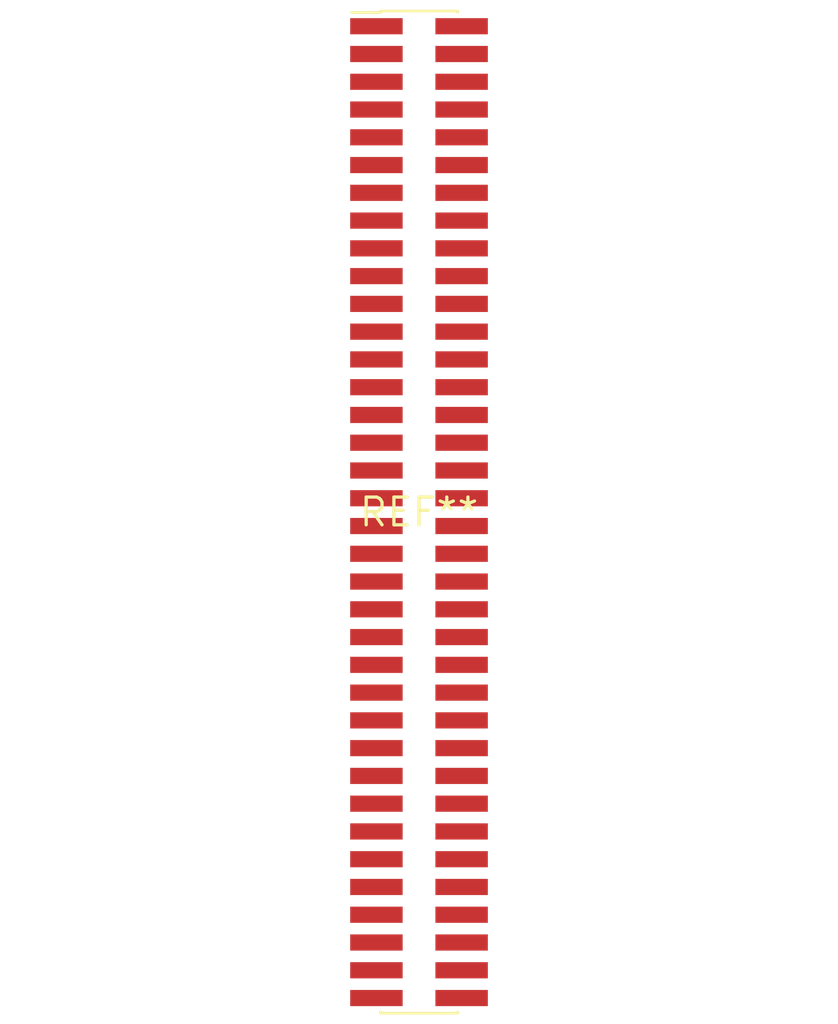
<source format=kicad_pcb>
(kicad_pcb (version 20240108) (generator pcbnew)
  (layers (0 "F.Cu" signal) (31 "B.Cu" signal) (34 "B.Paste" user) (35 "F.Paste" user) (36 "B.SilkS" user "B.Silkscreen") (37 "F.SilkS" user "F.Silkscreen") (38 "B.Mask" user) (39 "F.Mask" user) (44 "Edge.Cuts" user))
  (net 0 "")
  (footprint "PinHeader_2x36_P1.27mm_Vertical_SMD" (layer "F.Cu") (at 0 0)
    (property "Reference" "REF**")
    (property "Value" "PinHeader_2x36_P1.27mm_Vertical_SMD")
    (fp_line (start -3.09 -22.855) (end -1.765 -22.855) (layer "F.SilkS") (stroke (width 0.12)))
    (fp_line (start -1.765 -22.92) (end -1.765 -22.855) (layer "F.SilkS") (stroke (width 0.12)))
    (fp_line (start -1.765 -22.92) (end 1.765 -22.92) (layer "F.SilkS") (stroke (width 0.12)))
    (fp_line (start -1.765 22.855) (end -1.765 22.92) (layer "F.SilkS") (stroke (width 0.12)))
    (fp_line (start -1.765 22.92) (end 1.765 22.92) (layer "F.SilkS") (stroke (width 0.12)))
    (fp_line (start 1.765 -22.92) (end 1.765 -22.855) (layer "F.SilkS") (stroke (width 0.12)))
    (fp_line (start 1.765 22.855) (end 1.765 22.92) (layer "F.SilkS") (stroke (width 0.12)))
    (pad "1" smd rect (at -1.95 -22.225) (size 2.4 0.74) (layers "F.Cu" "F.Paste" "F.Mask"))
    (pad "2" smd rect (at 1.95 -22.225) (size 2.4 0.74) (layers "F.Cu" "F.Paste" "F.Mask"))
    (pad "3" smd rect (at -1.95 -20.955) (size 2.4 0.74) (layers "F.Cu" "F.Paste" "F.Mask"))
    (pad "4" smd rect (at 1.95 -20.955) (size 2.4 0.74) (layers "F.Cu" "F.Paste" "F.Mask"))
    (pad "5" smd rect (at -1.95 -19.685) (size 2.4 0.74) (layers "F.Cu" "F.Paste" "F.Mask"))
    (pad "6" smd rect (at 1.95 -19.685) (size 2.4 0.74) (layers "F.Cu" "F.Paste" "F.Mask"))
    (pad "7" smd rect (at -1.95 -18.415) (size 2.4 0.74) (layers "F.Cu" "F.Paste" "F.Mask"))
    (pad "8" smd rect (at 1.95 -18.415) (size 2.4 0.74) (layers "F.Cu" "F.Paste" "F.Mask"))
    (pad "9" smd rect (at -1.95 -17.145) (size 2.4 0.74) (layers "F.Cu" "F.Paste" "F.Mask"))
    (pad "10" smd rect (at 1.95 -17.145) (size 2.4 0.74) (layers "F.Cu" "F.Paste" "F.Mask"))
    (pad "11" smd rect (at -1.95 -15.875) (size 2.4 0.74) (layers "F.Cu" "F.Paste" "F.Mask"))
    (pad "12" smd rect (at 1.95 -15.875) (size 2.4 0.74) (layers "F.Cu" "F.Paste" "F.Mask"))
    (pad "13" smd rect (at -1.95 -14.605) (size 2.4 0.74) (layers "F.Cu" "F.Paste" "F.Mask"))
    (pad "14" smd rect (at 1.95 -14.605) (size 2.4 0.74) (layers "F.Cu" "F.Paste" "F.Mask"))
    (pad "15" smd rect (at -1.95 -13.335) (size 2.4 0.74) (layers "F.Cu" "F.Paste" "F.Mask"))
    (pad "16" smd rect (at 1.95 -13.335) (size 2.4 0.74) (layers "F.Cu" "F.Paste" "F.Mask"))
    (pad "17" smd rect (at -1.95 -12.065) (size 2.4 0.74) (layers "F.Cu" "F.Paste" "F.Mask"))
    (pad "18" smd rect (at 1.95 -12.065) (size 2.4 0.74) (layers "F.Cu" "F.Paste" "F.Mask"))
    (pad "19" smd rect (at -1.95 -10.795) (size 2.4 0.74) (layers "F.Cu" "F.Paste" "F.Mask"))
    (pad "20" smd rect (at 1.95 -10.795) (size 2.4 0.74) (layers "F.Cu" "F.Paste" "F.Mask"))
    (pad "21" smd rect (at -1.95 -9.525) (size 2.4 0.74) (layers "F.Cu" "F.Paste" "F.Mask"))
    (pad "22" smd rect (at 1.95 -9.525) (size 2.4 0.74) (layers "F.Cu" "F.Paste" "F.Mask"))
    (pad "23" smd rect (at -1.95 -8.255) (size 2.4 0.74) (layers "F.Cu" "F.Paste" "F.Mask"))
    (pad "24" smd rect (at 1.95 -8.255) (size 2.4 0.74) (layers "F.Cu" "F.Paste" "F.Mask"))
    (pad "25" smd rect (at -1.95 -6.985) (size 2.4 0.74) (layers "F.Cu" "F.Paste" "F.Mask"))
    (pad "26" smd rect (at 1.95 -6.985) (size 2.4 0.74) (layers "F.Cu" "F.Paste" "F.Mask"))
    (pad "27" smd rect (at -1.95 -5.715) (size 2.4 0.74) (layers "F.Cu" "F.Paste" "F.Mask"))
    (pad "28" smd rect (at 1.95 -5.715) (size 2.4 0.74) (layers "F.Cu" "F.Paste" "F.Mask"))
    (pad "29" smd rect (at -1.95 -4.445) (size 2.4 0.74) (layers "F.Cu" "F.Paste" "F.Mask"))
    (pad "30" smd rect (at 1.95 -4.445) (size 2.4 0.74) (layers "F.Cu" "F.Paste" "F.Mask"))
    (pad "31" smd rect (at -1.95 -3.175) (size 2.4 0.74) (layers "F.Cu" "F.Paste" "F.Mask"))
    (pad "32" smd rect (at 1.95 -3.175) (size 2.4 0.74) (layers "F.Cu" "F.Paste" "F.Mask"))
    (pad "33" smd rect (at -1.95 -1.905) (size 2.4 0.74) (layers "F.Cu" "F.Paste" "F.Mask"))
    (pad "34" smd rect (at 1.95 -1.905) (size 2.4 0.74) (layers "F.Cu" "F.Paste" "F.Mask"))
    (pad "35" smd rect (at -1.95 -0.635) (size 2.4 0.74) (layers "F.Cu" "F.Paste" "F.Mask"))
    (pad "36" smd rect (at 1.95 -0.635) (size 2.4 0.74) (layers "F.Cu" "F.Paste" "F.Mask"))
    (pad "37" smd rect (at -1.95 0.635) (size 2.4 0.74) (layers "F.Cu" "F.Paste" "F.Mask"))
    (pad "38" smd rect (at 1.95 0.635) (size 2.4 0.74) (layers "F.Cu" "F.Paste" "F.Mask"))
    (pad "39" smd rect (at -1.95 1.905) (size 2.4 0.74) (layers "F.Cu" "F.Paste" "F.Mask"))
    (pad "40" smd rect (at 1.95 1.905) (size 2.4 0.74) (layers "F.Cu" "F.Paste" "F.Mask"))
    (pad "41" smd rect (at -1.95 3.175) (size 2.4 0.74) (layers "F.Cu" "F.Paste" "F.Mask"))
    (pad "42" smd rect (at 1.95 3.175) (size 2.4 0.74) (layers "F.Cu" "F.Paste" "F.Mask"))
    (pad "43" smd rect (at -1.95 4.445) (size 2.4 0.74) (layers "F.Cu" "F.Paste" "F.Mask"))
    (pad "44" smd rect (at 1.95 4.445) (size 2.4 0.74) (layers "F.Cu" "F.Paste" "F.Mask"))
    (pad "45" smd rect (at -1.95 5.715) (size 2.4 0.74) (layers "F.Cu" "F.Paste" "F.Mask"))
    (pad "46" smd rect (at 1.95 5.715) (size 2.4 0.74) (layers "F.Cu" "F.Paste" "F.Mask"))
    (pad "47" smd rect (at -1.95 6.985) (size 2.4 0.74) (layers "F.Cu" "F.Paste" "F.Mask"))
    (pad "48" smd rect (at 1.95 6.985) (size 2.4 0.74) (layers "F.Cu" "F.Paste" "F.Mask"))
    (pad "49" smd rect (at -1.95 8.255) (size 2.4 0.74) (layers "F.Cu" "F.Paste" "F.Mask"))
    (pad "50" smd rect (at 1.95 8.255) (size 2.4 0.74) (layers "F.Cu" "F.Paste" "F.Mask"))
    (pad "51" smd rect (at -1.95 9.525) (size 2.4 0.74) (layers "F.Cu" "F.Paste" "F.Mask"))
    (pad "52" smd rect (at 1.95 9.525) (size 2.4 0.74) (layers "F.Cu" "F.Paste" "F.Mask"))
    (pad "53" smd rect (at -1.95 10.795) (size 2.4 0.74) (layers "F.Cu" "F.Paste" "F.Mask"))
    (pad "54" smd rect (at 1.95 10.795) (size 2.4 0.74) (layers "F.Cu" "F.Paste" "F.Mask"))
    (pad "55" smd rect (at -1.95 12.065) (size 2.4 0.74) (layers "F.Cu" "F.Paste" "F.Mask"))
    (pad "56" smd rect (at 1.95 12.065) (size 2.4 0.74) (layers "F.Cu" "F.Paste" "F.Mask"))
    (pad "57" smd rect (at -1.95 13.335) (size 2.4 0.74) (layers "F.Cu" "F.Paste" "F.Mask"))
    (pad "58" smd rect (at 1.95 13.335) (size 2.4 0.74) (layers "F.Cu" "F.Paste" "F.Mask"))
    (pad "59" smd rect (at -1.95 14.605) (size 2.4 0.74) (layers "F.Cu" "F.Paste" "F.Mask"))
    (pad "60" smd rect (at 1.95 14.605) (size 2.4 0.74) (layers "F.Cu" "F.Paste" "F.Mask"))
    (pad "61" smd rect (at -1.95 15.875) (size 2.4 0.74) (layers "F.Cu" "F.Paste" "F.Mask"))
    (pad "62" smd rect (at 1.95 15.875) (size 2.4 0.74) (layers "F.Cu" "F.Paste" "F.Mask"))
    (pad "63" smd rect (at -1.95 17.145) (size 2.4 0.74) (layers "F.Cu" "F.Paste" "F.Mask"))
    (pad "64" smd rect (at 1.95 17.145) (size 2.4 0.74) (layers "F.Cu" "F.Paste" "F.Mask"))
    (pad "65" smd rect (at -1.95 18.415) (size 2.4 0.74) (layers "F.Cu" "F.Paste" "F.Mask"))
    (pad "66" smd rect (at 1.95 18.415) (size 2.4 0.74) (layers "F.Cu" "F.Paste" "F.Mask"))
    (pad "67" smd rect (at -1.95 19.685) (size 2.4 0.74) (layers "F.Cu" "F.Paste" "F.Mask"))
    (pad "68" smd rect (at 1.95 19.685) (size 2.4 0.74) (layers "F.Cu" "F.Paste" "F.Mask"))
    (pad "69" smd rect (at -1.95 20.955) (size 2.4 0.74) (layers "F.Cu" "F.Paste" "F.Mask"))
    (pad "70" smd rect (at 1.95 20.955) (size 2.4 0.74) (layers "F.Cu" "F.Paste" "F.Mask"))
    (pad "71" smd rect (at -1.95 22.225) (size 2.4 0.74) (layers "F.Cu" "F.Paste" "F.Mask"))
    (pad "72" smd rect (at 1.95 22.225) (size 2.4 0.74) (layers "F.Cu" "F.Paste" "F.Mask"))
  )
)
</source>
